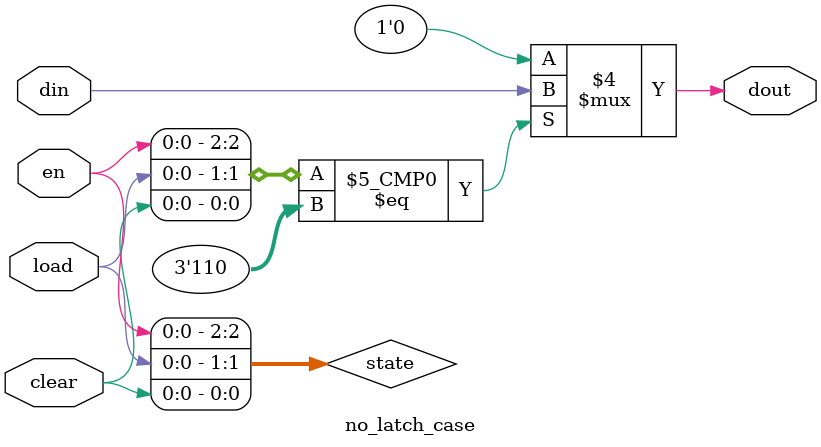
<source format=v>
module no_latch_case (
    input en, 
    input load,
    input clear,
    input din,
    output reg dout
);

wire [2:0] state;

assign state = {en,load,clear}; 

always@(*) begin
    dout = 1'b0; 
    case(state)
        3'b110  : dout = din;
	3'b101  : dout = 1'b0;
	default : dout = 1'b0; 
    endcase
end

endmodule



</source>
